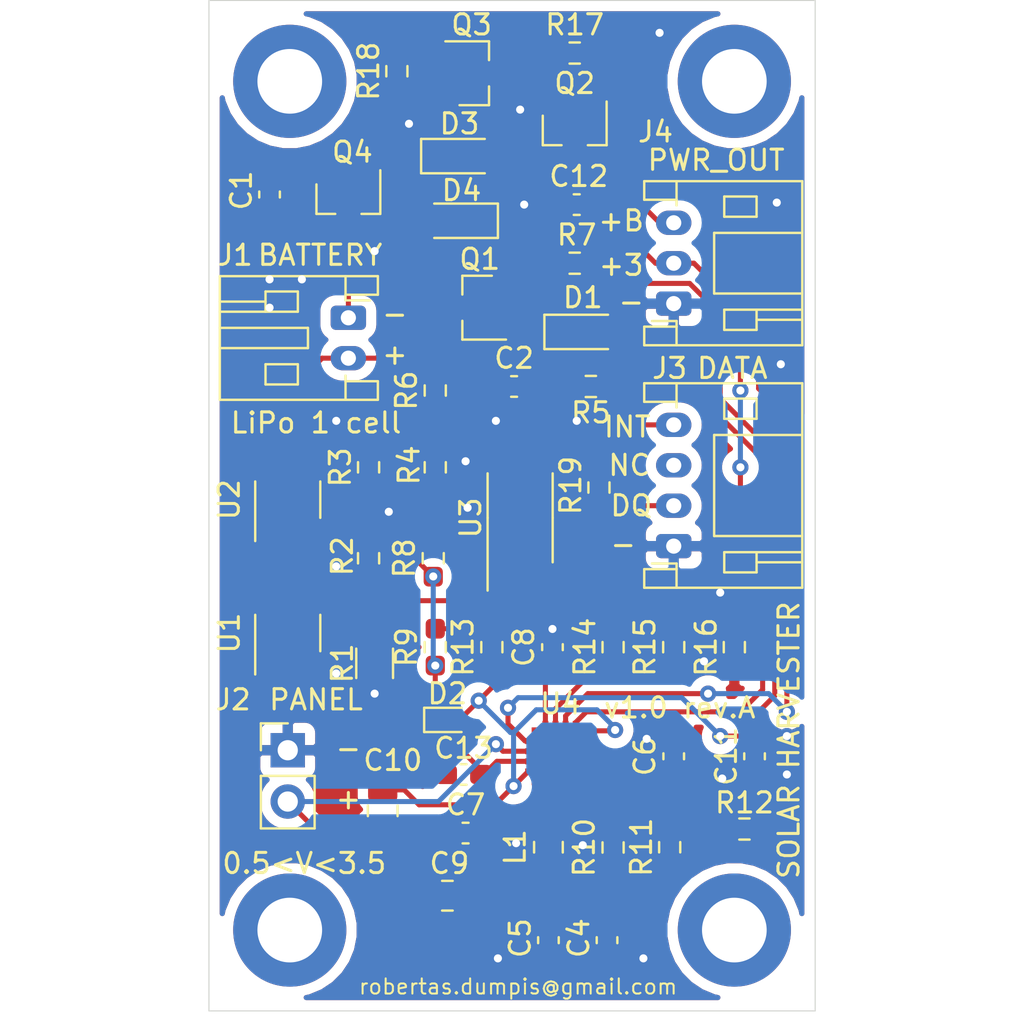
<source format=kicad_pcb>
(kicad_pcb (version 20171130) (host pcbnew "(5.1.12)-1")
  (layers (0 F.Cu signal) (31 B.Cu signal) (34 B.Paste user) (35 F.Paste user) (36 B.SilkS user) (37 F.SilkS user) (38 B.Mask user) (39 F.Mask user) (44 Edge.Cuts user))
  (net 0 "")
  (net 1 GND)
  (net 2 +3V3)
  (net 3 +BATT)
  (net 4 /LDO2_EN)
  (net 5 "Net-(L1-Pad2)")
  (net 6 "Net-(Q1-Pad3)")
  (net 7 "Net-(C2-Pad1)")
  (net 8 /I_SENSE_P)
  (net 9 /BATT_OUT)
  (net 10 "Net-(D1-Pad1)")
  (net 11 /SDA_DQ)
  (net 12 /SCL)
  (net 13 /INT)
  (net 14 /~BATT_CHG)
  (net 15 /PIO)
  (net 16 "Net-(Q2-Pad2)")
  (net 17 /~BATT_CONN)
  (net 18 "Net-(R8-Pad2)")
  (net 19 "Net-(R11-Pad2)")
  (net 20 "Net-(C2-Pad2)")
  (net 21 "Net-(C4-Pad1)")
  (net 22 "Net-(C6-Pad1)")
  (net 23 "Net-(C8-Pad1)")
  (net 24 -BATT)
  (net 25 "Net-(R2-Pad1)")
  (net 26 "Net-(R3-Pad2)")
  (net 27 "Net-(R10-Pad2)")
  (net 28 "Net-(R14-Pad2)")
  (net 29 "Net-(R15-Pad2)")
  (net 30 "Net-(U1-Pad5)")
  (net 31 "Net-(U1-Pad6)")
  (net 32 "Net-(U1-Pad4)")
  (net 33 "Net-(U1-Pad2)")
  (net 34 "Net-(U2-Pad4)")
  (net 35 "Net-(U4-Pad11)")
  (net 36 "Net-(U4-Pad17)")
  (net 37 "Net-(R9-Pad2)")
  (net 38 "Net-(J1-Pad1)")
  (module Diode_SMD:D_SOD-523 (layer F.Cu) (at 24.8 50.6)
    (fp_text reference D2 (at 0 -1.3) (layer F.SilkS))
    (fp_text value 1N4148WT)
    (pad 2 smd rect (at 0.7 0 180) (size 0.6 0.7) (layers F.Cu F.Paste F.Mask) (net 4 /LDO2_EN))
    (pad 1 smd rect (at -0.7 0 180) (size 0.6 0.7) (layers F.Cu F.Paste F.Mask) (net 3 +BATT))
  )
  (module MountingHole:MountingHole_3.2mm_M3_DIN965_Pad (layer F.Cu) (at 39 61)
    (fp_text reference REF** hide)
    (fp_text value MountingHole_3.2mm_M3_DIN965_Pad)
    (pad 1 thru_hole circle (at 0 0) (size 5.6 5.6) (drill 3.2) (layers *.Cu *.Mask))
  )
  (module MountingHole:MountingHole_3.2mm_M3_DIN965_Pad (layer F.Cu) (at 17 61)
    (fp_text reference REF** hide)
    (fp_text value MountingHole_3.2mm_M3_DIN965_Pad)
    (pad 1 thru_hole circle (at 0 0) (size 5.6 5.6) (drill 3.2) (layers *.Cu *.Mask))
  )
  (module MountingHole:MountingHole_3.2mm_M3_DIN965_Pad (layer F.Cu) (at 39 19)
    (fp_text reference REF** hide)
    (fp_text value MountingHole_3.2mm_M3_DIN965_Pad)
    (pad 1 thru_hole circle (at 0 0) (size 5.6 5.6) (drill 3.2) (layers *.Cu *.Mask))
  )
  (module MountingHole:MountingHole_3.2mm_M3_DIN965_Pad (layer F.Cu) (at 17 19)
    (fp_text reference REF** hide)
    (fp_text value MountingHole_3.2mm_M3_DIN965_Pad)
    (pad 1 thru_hole circle (at 0 0) (size 5.6 5.6) (drill 3.2) (layers *.Cu *.Mask))
  )
  (module Capacitor_SMD:C_0603_1608Metric_Pad1.08x0.95mm_HandSolder (layer F.Cu) (at 16 24.6 90)
    (fp_text reference C1 (at 0.2 -1.4 90) (layer F.SilkS))
    (fp_text value 10uF)
    (pad 2 smd roundrect (at 0.8625 0 90) (size 1.075 0.95) (layers F.Cu F.Paste F.Mask) (net 3 +BATT))
    (pad 1 smd roundrect (at -0.8625 0 90) (size 1.075 0.95) (layers F.Cu F.Paste F.Mask) (net 1 GND))
  )
  (module Capacitor_SMD:C_0603_1608Metric_Pad1.08x0.95mm_HandSolder (layer F.Cu) (at 28.1 34.1 180)
    (fp_text reference C2 (at 0 1.4) (layer F.SilkS))
    (fp_text value 100nF)
    (pad 2 smd roundrect (at 0.8625 0 180) (size 1.075 0.95) (layers F.Cu F.Paste F.Mask) (net 20 "Net-(C2-Pad2)"))
    (pad 1 smd roundrect (at -0.8625 0 180) (size 1.075 0.95) (layers F.Cu F.Paste F.Mask) (net 7 "Net-(C2-Pad1)"))
  )
  (module Capacitor_SMD:C_0603_1608Metric_Pad1.08x0.95mm_HandSolder (layer F.Cu) (at 32.7 61.5 270)
    (fp_text reference C4 (at -0.1 1.4 90) (layer F.SilkS))
    (fp_text value 10uF)
    (pad 2 smd roundrect (at 0.8625 0 270) (size 1.075 0.95) (layers F.Cu F.Paste F.Mask) (net 1 GND))
    (pad 1 smd roundrect (at -0.8625 0 270) (size 1.075 0.95) (layers F.Cu F.Paste F.Mask) (net 21 "Net-(C4-Pad1)"))
  )
  (module Capacitor_SMD:C_0603_1608Metric_Pad1.08x0.95mm_HandSolder (layer F.Cu) (at 29.8 61.5 270)
    (fp_text reference C5 (at -0.1 1.4 90) (layer F.SilkS))
    (fp_text value 100nF)
    (pad 1 smd roundrect (at -0.8625 0 270) (size 1.075 0.95) (layers F.Cu F.Paste F.Mask) (net 21 "Net-(C4-Pad1)"))
    (pad 2 smd roundrect (at 0.8625 0 270) (size 1.075 0.95) (layers F.Cu F.Paste F.Mask) (net 1 GND))
  )
  (module Capacitor_SMD:C_0603_1608Metric_Pad1.08x0.95mm_HandSolder (layer F.Cu) (at 36 52.4 90)
    (fp_text reference C6 (at 0 -1.43 90) (layer F.SilkS))
    (fp_text value 10nF)
    (pad 1 smd roundrect (at -0.8625 0 90) (size 1.075 0.95) (layers F.Cu F.Paste F.Mask) (net 22 "Net-(C6-Pad1)"))
    (pad 2 smd roundrect (at 0.8625 0 90) (size 1.075 0.95) (layers F.Cu F.Paste F.Mask) (net 1 GND))
  )
  (module Capacitor_SMD:C_0603_1608Metric_Pad1.08x0.95mm_HandSolder (layer F.Cu) (at 25.7 56.2 180)
    (fp_text reference C7 (at 0 1.4) (layer F.SilkS))
    (fp_text value 100nF)
    (pad 1 smd roundrect (at -0.8625 0 180) (size 1.075 0.95) (layers F.Cu F.Paste F.Mask) (net 4 /LDO2_EN))
    (pad 2 smd roundrect (at 0.8625 0 180) (size 1.075 0.95) (layers F.Cu F.Paste F.Mask) (net 1 GND))
  )
  (module Capacitor_SMD:C_0603_1608Metric_Pad1.08x0.95mm_HandSolder (layer F.Cu) (at 30 47 90)
    (fp_text reference C8 (at 0 -1.43 90) (layer F.SilkS))
    (fp_text value 10nF)
    (pad 1 smd roundrect (at -0.8625 0 90) (size 1.075 0.95) (layers F.Cu F.Paste F.Mask) (net 23 "Net-(C8-Pad1)"))
    (pad 2 smd roundrect (at 0.8625 0 90) (size 1.075 0.95) (layers F.Cu F.Paste F.Mask) (net 1 GND))
  )
  (module Capacitor_SMD:C_0805_2012Metric_Pad1.18x1.45mm_HandSolder (layer F.Cu) (at 24.8 59.3 180)
    (fp_text reference C9 (at -0.1 1.6) (layer F.SilkS))
    (fp_text value 100uF)
    (pad 2 smd roundrect (at 1.0375 0 180) (size 1.175 1.45) (layers F.Cu F.Paste F.Mask) (roundrect_rratio 0.2127659574468085) (net 1 GND))
    (pad 1 smd roundrect (at -1.0375 0 180) (size 1.175 1.45) (layers F.Cu F.Paste F.Mask) (roundrect_rratio 0.2127659574468085) (net 4 /LDO2_EN))
  )
  (module Capacitor_SMD:C_0805_2012Metric_Pad1.18x1.45mm_HandSolder (layer F.Cu) (at 21.6 55.1 270)
    (fp_text reference C10 (at -2.5 -0.5 180) (layer F.SilkS))
    (fp_text value 100uF)
    (pad 1 smd roundrect (at -1.0375 0 270) (size 1.175 1.45) (layers F.Cu F.Paste F.Mask) (roundrect_rratio 0.2127659574468085) (net 4 /LDO2_EN))
    (pad 2 smd roundrect (at 1.0375 0 270) (size 1.175 1.45) (layers F.Cu F.Paste F.Mask) (roundrect_rratio 0.2127659574468085) (net 1 GND))
  )
  (module Capacitor_SMD:C_0603_1608Metric_Pad1.08x0.95mm_HandSolder (layer F.Cu) (at 40 52.4 270)
    (fp_text reference C11 (at 0 1.4 90) (layer F.SilkS))
    (fp_text value 1uF)
    (pad 2 smd roundrect (at 0.8625 0 270) (size 1.075 0.95) (layers F.Cu F.Paste F.Mask) (net 1 GND))
    (pad 1 smd roundrect (at -0.8625 0 270) (size 1.075 0.95) (layers F.Cu F.Paste F.Mask) (net 2 +3V3))
  )
  (module Capacitor_SMD:C_0603_1608Metric_Pad1.08x0.95mm_HandSolder (layer F.Cu) (at 25.6 53.3 180)
    (fp_text reference C13 (at 0 1.3) (layer F.SilkS))
    (fp_text value 10uF)
    (pad 2 smd roundrect (at 0.8625 0 180) (size 1.075 0.95) (layers F.Cu F.Paste F.Mask) (net 1 GND))
    (pad 1 smd roundrect (at -0.8625 0 180) (size 1.075 0.95) (layers F.Cu F.Paste F.Mask) (net 3 +BATT))
  )
  (module Diode_SMD:D_SOD-323_HandSoldering (layer F.Cu) (at 31.5 31.4)
    (fp_text reference D1 (at 0 -1.7) (layer F.SilkS))
    (fp_text value PESD5V0U1UA)
    (pad 2 smd rect (at 1.25 0) (size 1 1) (layers F.Cu F.Paste F.Mask) (net 1 GND))
    (pad 1 smd rect (at -1.25 0) (size 1 1) (layers F.Cu F.Paste F.Mask) (net 10 "Net-(D1-Pad1)"))
  )
  (module Diode_SMD:D_SOD-323_HandSoldering (layer F.Cu) (at 25.4 22.7)
    (fp_text reference D3 (at 0 -1.6) (layer F.SilkS))
    (fp_text value PESD5V0U1UA)
    (pad 1 smd rect (at -1.25 0) (size 1 1) (layers F.Cu F.Paste F.Mask) (net 3 +BATT))
    (pad 2 smd rect (at 1.25 0) (size 1 1) (layers F.Cu F.Paste F.Mask) (net 9 /BATT_OUT))
  )
  (module Connector_JST:JST_PH_S4B-PH-K_1x04_P2.00mm_Horizontal (layer F.Cu) (at 36 42 90)
    (fp_text reference J3 (at 8.8 -0.2 180) (layer F.SilkS))
    (fp_text value DATA)
    (pad 1 thru_hole roundrect (at 0 0 90) (size 1.2 1.75) (drill 0.75) (layers *.Cu *.Mask) (roundrect_rratio 0.2083325) (net 1 GND))
    (pad 2 thru_hole oval (at 2 0 90) (size 1.2 1.75) (drill 0.75) (layers *.Cu *.Mask) (net 11 /SDA_DQ))
    (pad 3 thru_hole oval (at 4 0 90) (size 1.2 1.75) (drill 0.75) (layers *.Cu *.Mask) (net 12 /SCL))
    (pad 4 thru_hole oval (at 6 0 90) (size 1.2 1.75) (drill 0.75) (layers *.Cu *.Mask) (net 13 /INT))
  )
  (module Connector_JST:JST_PH_S3B-PH-K_1x03_P2.00mm_Horizontal (layer F.Cu) (at 36 30 90)
    (fp_text reference J4 (at 8.5 -0.9 180) (layer F.SilkS))
    (fp_text value POWER_OUT)
    (pad 1 thru_hole roundrect (at 0 0 90) (size 1.2 1.75) (drill 0.75) (layers *.Cu *.Mask) (roundrect_rratio 0.2083325) (net 1 GND))
    (pad 2 thru_hole oval (at 2 0 90) (size 1.2 1.75) (drill 0.75) (layers *.Cu *.Mask) (net 2 +3V3))
    (pad 3 thru_hole oval (at 4 0 90) (size 1.2 1.75) (drill 0.75) (layers *.Cu *.Mask) (net 9 /BATT_OUT))
  )
  (module Package_TO_SOT_SMD:SOT-23 (layer F.Cu) (at 26.3 30.2 180)
    (fp_text reference Q1 (at -0.1 2.4) (layer F.SilkS))
    (fp_text value NTR1P02)
    (pad 1 smd rect (at -1 -0.95 180) (size 0.9 0.8) (layers F.Cu F.Paste F.Mask) (net 14 /~BATT_CHG))
    (pad 2 smd rect (at -1 0.95 180) (size 0.9 0.8) (layers F.Cu F.Paste F.Mask) (net 2 +3V3))
    (pad 3 smd rect (at 1 0 180) (size 0.9 0.8) (layers F.Cu F.Paste F.Mask) (net 6 "Net-(Q1-Pad3)"))
  )
  (module Package_TO_SOT_SMD:SOT-23 (layer F.Cu) (at 31.1 21.4 270)
    (fp_text reference Q2 (at -2.3 0 180) (layer F.SilkS))
    (fp_text value AO3400A)
    (pad 1 smd rect (at -1 -0.95 270) (size 0.9 0.8) (layers F.Cu F.Paste F.Mask) (net 15 /PIO))
    (pad 2 smd rect (at -1 0.95 270) (size 0.9 0.8) (layers F.Cu F.Paste F.Mask) (net 16 "Net-(Q2-Pad2)"))
    (pad 3 smd rect (at 1 0 270) (size 0.9 0.8) (layers F.Cu F.Paste F.Mask) (net 9 /BATT_OUT))
  )
  (module Package_TO_SOT_SMD:SOT-23 (layer F.Cu) (at 26.1 18.6)
    (fp_text reference Q3 (at -0.1 -2.4) (layer F.SilkS))
    (fp_text value AO3400A)
    (pad 3 smd rect (at 1 0) (size 0.9 0.8) (layers F.Cu F.Paste F.Mask) (net 16 "Net-(Q2-Pad2)"))
    (pad 2 smd rect (at -1 0.95) (size 0.9 0.8) (layers F.Cu F.Paste F.Mask) (net 3 +BATT))
    (pad 1 smd rect (at -1 -0.95) (size 0.9 0.8) (layers F.Cu F.Paste F.Mask) (net 17 /~BATT_CONN))
  )
  (module Resistor_SMD:R_1206_3216Metric_Pad1.30x1.75mm_HandSolder (layer F.Cu) (at 21.2 47.8 270)
    (fp_text reference R1 (at 0 1.6 90) (layer F.SilkS))
    (fp_text value 300m)
    (pad 1 smd roundrect (at -1.55 0 270) (size 1.3 1.75) (layers F.Cu F.Paste F.Mask) (roundrect_rratio 0.1923076923076923) (net 8 /I_SENSE_P))
    (pad 2 smd roundrect (at 1.55 0 270) (size 1.3 1.75) (layers F.Cu F.Paste F.Mask) (roundrect_rratio 0.1923076923076923) (net 1 GND))
  )
  (module Resistor_SMD:R_0603_1608Metric_Pad0.98x0.95mm_HandSolder (layer F.Cu) (at 20.9 42.6 270)
    (fp_text reference R2 (at -0.1 1.3 90) (layer F.SilkS))
    (fp_text value 1k0)
    (pad 1 smd roundrect (at -0.9125 0 270) (size 0.975 0.95) (layers F.Cu F.Paste F.Mask) (net 25 "Net-(R2-Pad1)"))
    (pad 2 smd roundrect (at 0.9125 0 270) (size 0.975 0.95) (layers F.Cu F.Paste F.Mask) (net 1 GND))
  )
  (module Resistor_SMD:R_0603_1608Metric_Pad0.98x0.95mm_HandSolder (layer F.Cu) (at 20.9 38.1 90)
    (fp_text reference R3 (at 0 -1.4 90) (layer F.SilkS))
    (fp_text value 100)
    (pad 2 smd roundrect (at 0.9125 0 90) (size 0.975 0.95) (layers F.Cu F.Paste F.Mask) (net 26 "Net-(R3-Pad2)"))
    (pad 1 smd roundrect (at -0.9125 0 90) (size 0.975 0.95) (layers F.Cu F.Paste F.Mask) (net 3 +BATT))
  )
  (module Resistor_SMD:R_0603_1608Metric_Pad0.98x0.95mm_HandSolder (layer F.Cu) (at 24.2 38.1 270)
    (fp_text reference R4 (at -0.1 1.3 90) (layer F.SilkS))
    (fp_text value 220)
    (pad 2 smd roundrect (at 0.9125 0 270) (size 0.975 0.95) (layers F.Cu F.Paste F.Mask) (net 11 /SDA_DQ))
    (pad 1 smd roundrect (at -0.9125 0 270) (size 0.975 0.95) (layers F.Cu F.Paste F.Mask) (net 10 "Net-(D1-Pad1)"))
  )
  (module Resistor_SMD:R_0603_1608Metric_Pad0.98x0.95mm_HandSolder (layer F.Cu) (at 31.9 34.1)
    (fp_text reference R5 (at 0 1.3) (layer F.SilkS))
    (fp_text value 1M)
    (pad 2 smd roundrect (at 0.9125 0) (size 0.975 0.95) (layers F.Cu F.Paste F.Mask) (net 1 GND))
    (pad 1 smd roundrect (at -0.9125 0) (size 0.975 0.95) (layers F.Cu F.Paste F.Mask) (net 10 "Net-(D1-Pad1)"))
  )
  (module Resistor_SMD:R_0603_1608Metric_Pad0.98x0.95mm_HandSolder (layer F.Cu) (at 24.2 34.3 90)
    (fp_text reference R6 (at 0 -1.43 90) (layer F.SilkS))
    (fp_text value 10k)
    (pad 2 smd roundrect (at 0.9125 0 90) (size 0.975 0.95) (layers F.Cu F.Paste F.Mask) (net 6 "Net-(Q1-Pad3)"))
    (pad 1 smd roundrect (at -0.9125 0 90) (size 0.975 0.95) (layers F.Cu F.Paste F.Mask) (net 10 "Net-(D1-Pad1)"))
  )
  (module Resistor_SMD:R_0603_1608Metric_Pad0.98x0.95mm_HandSolder (layer F.Cu) (at 31.1 28 180)
    (fp_text reference R7 (at -0.1 1.4) (layer F.SilkS))
    (fp_text value 1M)
    (pad 2 smd roundrect (at 0.9125 0 180) (size 0.975 0.95) (layers F.Cu F.Paste F.Mask) (net 2 +3V3))
    (pad 1 smd roundrect (at -0.9125 0 180) (size 0.975 0.95) (layers F.Cu F.Paste F.Mask) (net 14 /~BATT_CHG))
  )
  (module Resistor_SMD:R_0603_1608Metric_Pad0.98x0.95mm_HandSolder (layer F.Cu) (at 24.1 42.6 90)
    (fp_text reference R8 (at 0 -1.43 90) (layer F.SilkS))
    (fp_text value 150)
    (pad 2 smd roundrect (at 0.9125 0 90) (size 0.975 0.95) (layers F.Cu F.Paste F.Mask) (net 18 "Net-(R8-Pad2)"))
    (pad 1 smd roundrect (at -0.9125 0 90) (size 0.975 0.95) (layers F.Cu F.Paste F.Mask) (net 3 +BATT))
  )
  (module Resistor_SMD:R_0603_1608Metric_Pad0.98x0.95mm_HandSolder (layer F.Cu) (at 24.2 47 90)
    (fp_text reference R9 (at 0 -1.43 90) (layer F.SilkS))
    (fp_text value 1k0)
    (pad 1 smd roundrect (at -0.9125 0 90) (size 0.975 0.95) (layers F.Cu F.Paste F.Mask) (net 3 +BATT))
    (pad 2 smd roundrect (at 0.9125 0 90) (size 0.975 0.95) (layers F.Cu F.Paste F.Mask) (net 37 "Net-(R9-Pad2)"))
  )
  (module Resistor_SMD:R_0603_1608Metric_Pad0.98x0.95mm_HandSolder (layer F.Cu) (at 33 56.9125 90)
    (fp_text reference R10 (at 0 -1.43 90) (layer F.SilkS))
    (fp_text value 0R)
    (pad 1 smd roundrect (at -0.9125 0 90) (size 0.975 0.95) (layers F.Cu F.Paste F.Mask) (net 21 "Net-(C4-Pad1)"))
    (pad 2 smd roundrect (at 0.9125 0 90) (size 0.975 0.95) (layers F.Cu F.Paste F.Mask) (net 27 "Net-(R10-Pad2)"))
  )
  (module Resistor_SMD:R_0603_1608Metric_Pad0.98x0.95mm_HandSolder (layer F.Cu) (at 35.8 56.9 90)
    (fp_text reference R11 (at 0 -1.4 90) (layer F.SilkS))
    (fp_text value 3M3)
    (pad 2 smd roundrect (at 0.9125 0 90) (size 0.975 0.95) (layers F.Cu F.Paste F.Mask) (net 19 "Net-(R11-Pad2)"))
    (pad 1 smd roundrect (at -0.9125 0 90) (size 0.975 0.95) (layers F.Cu F.Paste F.Mask) (net 27 "Net-(R10-Pad2)"))
  )
  (module Resistor_SMD:R_0603_1608Metric_Pad0.98x0.95mm_HandSolder (layer F.Cu) (at 39.5 56)
    (fp_text reference R12 (at 0 -1.3) (layer F.SilkS))
    (fp_text value 10M)
    (pad 1 smd roundrect (at -0.9125 0) (size 0.975 0.95) (layers F.Cu F.Paste F.Mask) (net 19 "Net-(R11-Pad2)"))
    (pad 2 smd roundrect (at 0.9125 0) (size 0.975 0.95) (layers F.Cu F.Paste F.Mask) (net 1 GND))
  )
  (module Resistor_SMD:R_0603_1608Metric_Pad0.98x0.95mm_HandSolder (layer F.Cu) (at 27 47 90)
    (fp_text reference R13 (at 0 -1.43 90) (layer F.SilkS))
    (fp_text value 10M)
    (pad 1 smd roundrect (at -0.9125 0 90) (size 0.975 0.95) (layers F.Cu F.Paste F.Mask) (net 4 /LDO2_EN))
    (pad 2 smd roundrect (at 0.9125 0 90) (size 0.975 0.95) (layers F.Cu F.Paste F.Mask) (net 23 "Net-(C8-Pad1)"))
  )
  (module Resistor_SMD:R_0603_1608Metric_Pad0.98x0.95mm_HandSolder (layer F.Cu) (at 33 47 270)
    (fp_text reference R14 (at 0 1.4 90) (layer F.SilkS))
    (fp_text value 680k)
    (pad 2 smd roundrect (at 0.9125 0 270) (size 0.975 0.95) (layers F.Cu F.Paste F.Mask) (net 28 "Net-(R14-Pad2)"))
    (pad 1 smd roundrect (at -0.9125 0 270) (size 0.975 0.95) (layers F.Cu F.Paste F.Mask) (net 23 "Net-(C8-Pad1)"))
  )
  (module Resistor_SMD:R_0603_1608Metric_Pad0.98x0.95mm_HandSolder (layer F.Cu) (at 36 47 90)
    (fp_text reference R15 (at 0 -1.43 90) (layer F.SilkS))
    (fp_text value 4M7)
    (pad 1 smd roundrect (at -0.9125 0 90) (size 0.975 0.95) (layers F.Cu F.Paste F.Mask) (net 28 "Net-(R14-Pad2)"))
    (pad 2 smd roundrect (at 0.9125 0 90) (size 0.975 0.95) (layers F.Cu F.Paste F.Mask) (net 29 "Net-(R15-Pad2)"))
  )
  (module Resistor_SMD:R_0603_1608Metric_Pad0.98x0.95mm_HandSolder (layer F.Cu) (at 39 47 270)
    (fp_text reference R16 (at 0 1.4 90) (layer F.SilkS))
    (fp_text value 220k)
    (pad 2 smd roundrect (at 0.9125 0 270) (size 0.975 0.95) (layers F.Cu F.Paste F.Mask) (net 1 GND))
    (pad 1 smd roundrect (at -0.9125 0 270) (size 0.975 0.95) (layers F.Cu F.Paste F.Mask) (net 29 "Net-(R15-Pad2)"))
  )
  (module Resistor_SMD:R_0603_1608Metric_Pad0.98x0.95mm_HandSolder (layer F.Cu) (at 31.1 17.6 180)
    (fp_text reference R17 (at 0 1.4) (layer F.SilkS))
    (fp_text value 1M)
    (pad 1 smd roundrect (at -0.9125 0 180) (size 0.975 0.95) (layers F.Cu F.Paste F.Mask) (net 15 /PIO))
    (pad 2 smd roundrect (at 0.9125 0 180) (size 0.975 0.95) (layers F.Cu F.Paste F.Mask) (net 16 "Net-(Q2-Pad2)"))
  )
  (module Resistor_SMD:R_0603_1608Metric_Pad0.98x0.95mm_HandSolder (layer F.Cu) (at 22.3 18.5 270)
    (fp_text reference R18 (at 0 1.4 90) (layer F.SilkS))
    (fp_text value 1M)
    (pad 1 smd roundrect (at -0.9125 0 270) (size 0.975 0.95) (layers F.Cu F.Paste F.Mask) (net 17 /~BATT_CONN))
    (pad 2 smd roundrect (at 0.9125 0 270) (size 0.975 0.95) (layers F.Cu F.Paste F.Mask) (net 3 +BATT))
  )
  (module Package_TO_SOT_SMD:SOT-23-6_Handsoldering (layer F.Cu) (at 16.9 46.3 90)
    (fp_text reference U1 (at 0 -2.9 90) (layer F.SilkS))
    (fp_text value 8205A)
    (pad 5 smd rect (at 1.35 0 90) (size 1.56 0.65) (layers F.Cu F.Paste F.Mask) (net 30 "Net-(U1-Pad5)"))
    (pad 6 smd rect (at 1.35 -0.95 90) (size 1.56 0.65) (layers F.Cu F.Paste F.Mask) (net 31 "Net-(U1-Pad6)"))
    (pad 4 smd rect (at 1.35 0.95 90) (size 1.56 0.65) (layers F.Cu F.Paste F.Mask) (net 32 "Net-(U1-Pad4)"))
    (pad 3 smd rect (at -1.35 0.95 90) (size 1.56 0.65) (layers F.Cu F.Paste F.Mask) (net 8 /I_SENSE_P))
    (pad 2 smd rect (at -1.35 0 90) (size 1.56 0.65) (layers F.Cu F.Paste F.Mask) (net 33 "Net-(U1-Pad2)"))
    (pad 1 smd rect (at -1.35 -0.95 90) (size 1.56 0.65) (layers F.Cu F.Paste F.Mask) (net 24 -BATT))
  )
  (module Package_TO_SOT_SMD:SOT-23-6_Handsoldering (layer F.Cu) (at 16.9 39.7 90)
    (fp_text reference U2 (at 0 -2.9 90) (layer F.SilkS))
    (fp_text value DW01-P)
    (pad 1 smd rect (at -1.35 -0.95 90) (size 1.56 0.65) (layers F.Cu F.Paste F.Mask) (net 31 "Net-(U1-Pad6)"))
    (pad 2 smd rect (at -1.35 0 90) (size 1.56 0.65) (layers F.Cu F.Paste F.Mask) (net 25 "Net-(R2-Pad1)"))
    (pad 3 smd rect (at -1.35 0.95 90) (size 1.56 0.65) (layers F.Cu F.Paste F.Mask) (net 32 "Net-(U1-Pad4)"))
    (pad 4 smd rect (at 1.35 0.95 90) (size 1.56 0.65) (layers F.Cu F.Paste F.Mask) (net 34 "Net-(U2-Pad4)"))
    (pad 6 smd rect (at 1.35 -0.95 90) (size 1.56 0.65) (layers F.Cu F.Paste F.Mask) (net 24 -BATT))
    (pad 5 smd rect (at 1.35 0 90) (size 1.56 0.65) (layers F.Cu F.Paste F.Mask) (net 26 "Net-(R3-Pad2)"))
  )
  (module Package_SO:TSSOP-8_4.4x3mm_P0.65mm (layer F.Cu) (at 28.4 40.6 90)
    (fp_text reference U3 (at 0 -2.45 90) (layer F.SilkS))
    (fp_text value DS2756)
    (pad 1 smd roundrect (at -2.8625 -0.975 90) (size 1.475 0.4) (layers F.Cu F.Paste F.Mask) (net 37 "Net-(R9-Pad2)"))
    (pad 2 smd roundrect (at -2.8625 -0.325 90) (size 1.475 0.4) (layers F.Cu F.Paste F.Mask) (net 8 /I_SENSE_P))
    (pad 3 smd roundrect (at -2.8625 0.325 90) (size 1.475 0.4) (layers F.Cu F.Paste F.Mask) (net 15 /PIO))
    (pad 4 smd roundrect (at -2.8625 0.975 90) (size 1.475 0.4) (layers F.Cu F.Paste F.Mask) (net 18 "Net-(R8-Pad2)"))
    (pad 5 smd roundrect (at 2.8625 0.975 90) (size 1.475 0.4) (layers F.Cu F.Paste F.Mask) (net 7 "Net-(C2-Pad1)"))
    (pad 6 smd roundrect (at 2.8625 0.325 90) (size 1.475 0.4) (layers F.Cu F.Paste F.Mask) (net 20 "Net-(C2-Pad2)"))
    (pad 7 smd roundrect (at 2.8625 -0.325 90) (size 1.475 0.4) (layers F.Cu F.Paste F.Mask) (net 1 GND))
    (pad 8 smd roundrect (at 2.8625 -0.975 90) (size 1.475 0.4) (layers F.Cu F.Paste F.Mask) (net 10 "Net-(D1-Pad1)"))
  )
  (module spv1050:QFN-20_3x3 (layer F.Cu) (at 30.4 52.4 180)
    (fp_text reference U4)
    (fp_text value SPV1050)
    (pad EP smd rect (at 0 0 180) (size 1.2 1.2) (layers F.Cu F.Paste F.Mask))
    (pad 11 smd rect (at 1.26 1.26 180) (size 0.34 0.34) (layers F.Cu F.Paste F.Mask) (net 35 "Net-(U4-Pad11)"))
    (pad 6 smd rect (at -1.26 1.26 180) (size 0.34 0.34) (layers F.Cu F.Paste F.Mask) (net 4 /LDO2_EN))
    (pad 1 smd rect (at -1.26 -1.26 180) (size 0.34 0.34) (layers F.Cu F.Paste F.Mask) (net 27 "Net-(R10-Pad2)"))
    (pad 16 smd rect (at 1.26 -1.26 180) (size 0.34 0.34) (layers F.Cu F.Paste F.Mask) (net 5 "Net-(L1-Pad2)"))
    (pad 5 smd rect (at -1.4 0.75 180) (size 0.7 0.3) (layers F.Cu F.Paste F.Mask) (net 1 GND))
    (pad 4 smd rect (at -1.4 0.25 180) (size 0.7 0.3) (layers F.Cu F.Paste F.Mask) (net 1 GND))
    (pad 3 smd rect (at -1.4 -0.25 180) (size 0.7 0.3) (layers F.Cu F.Paste F.Mask) (net 22 "Net-(C6-Pad1)"))
    (pad 2 smd rect (at -1.4 -0.75 180) (size 0.7 0.3) (layers F.Cu F.Paste F.Mask) (net 19 "Net-(R11-Pad2)"))
    (pad 12 smd rect (at 1.4 0.75 180) (size 0.7 0.3) (layers F.Cu F.Paste F.Mask) (net 2 +3V3))
    (pad 13 smd rect (at 1.4 0.25 180) (size 0.7 0.3) (layers F.Cu F.Paste F.Mask) (net 21 "Net-(C4-Pad1)"))
    (pad 15 smd rect (at 1.4 -0.75 180) (size 0.7 0.3) (layers F.Cu F.Paste F.Mask) (net 4 /LDO2_EN))
    (pad 14 smd rect (at 1.4 -0.25 180) (size 0.7 0.3) (layers F.Cu F.Paste F.Mask) (net 3 +BATT))
    (pad 17 smd rect (at 0.75 -1.4 180) (size 0.3 0.7) (layers F.Cu F.Paste F.Mask) (net 36 "Net-(U4-Pad17)"))
    (pad 18 smd rect (at 0.25 -1.4 180) (size 0.3 0.7) (layers F.Cu F.Paste F.Mask) (net 1 GND))
    (pad 19 smd rect (at -0.25 -1.4 180) (size 0.3 0.7) (layers F.Cu F.Paste F.Mask) (net 1 GND))
    (pad 20 smd rect (at -0.75 -1.4 180) (size 0.3 0.7) (layers F.Cu F.Paste F.Mask) (net 1 GND))
    (pad 10 smd rect (at 0.75 1.4 180) (size 0.3 0.7) (layers F.Cu F.Paste F.Mask) (net 23 "Net-(C8-Pad1)"))
    (pad 9 smd rect (at 0.25 1.4 180) (size 0.3 0.7) (layers F.Cu F.Paste F.Mask) (net 28 "Net-(R14-Pad2)"))
    (pad 8 smd rect (at -0.25 1.4 180) (size 0.3 0.7) (layers F.Cu F.Paste F.Mask) (net 17 /~BATT_CONN))
    (pad 7 smd rect (at -0.75 1.4 180) (size 0.3 0.7) (layers F.Cu F.Paste F.Mask) (net 14 /~BATT_CHG))
  )
  (module Capacitor_SMD:C_0603_1608Metric_Pad1.08x0.95mm_HandSolder (layer F.Cu) (at 31.2 25.1 180)
    (fp_text reference C12 (at -0.1 1.4) (layer F.SilkS))
    (fp_text value 10uF)
    (pad 1 smd roundrect (at -0.8625 0 180) (size 1.075 0.95) (layers F.Cu F.Paste F.Mask) (net 9 /BATT_OUT))
    (pad 2 smd roundrect (at 0.8625 0 180) (size 1.075 0.95) (layers F.Cu F.Paste F.Mask) (net 1 GND))
  )
  (module Inductor_SMD:L_0805_2012Metric_Pad1.15x1.40mm_HandSolder (layer F.Cu) (at 29.8 56.9 90)
    (fp_text reference L1 (at 0 -1.65 90) (layer F.SilkS))
    (fp_text value 22uH)
    (pad 1 smd roundrect (at -1.025 0 90) (size 1.15 1.4) (layers F.Cu F.Paste F.Mask) (roundrect_rratio 0.2173904347826087) (net 21 "Net-(C4-Pad1)"))
    (pad 2 smd roundrect (at 1.025 0 90) (size 1.15 1.4) (layers F.Cu F.Paste F.Mask) (roundrect_rratio 0.2173904347826087) (net 5 "Net-(L1-Pad2)"))
  )
  (module Package_TO_SOT_SMD:SOT-23 (layer F.Cu) (at 19.9 24.8 270)
    (fp_text reference Q4 (at -2.3 -0.2 180) (layer F.SilkS))
    (fp_text value AO3400A)
    (pad 1 smd rect (at -1 -0.95 270) (size 0.9 0.8) (layers F.Cu F.Paste F.Mask) (net 24 -BATT))
    (pad 2 smd rect (at -1 0.95 270) (size 0.9 0.8) (layers F.Cu F.Paste F.Mask) (net 3 +BATT))
    (pad 3 smd rect (at 1 0 270) (size 0.9 0.8) (layers F.Cu F.Paste F.Mask) (net 38 "Net-(J1-Pad1)"))
  )
  (module Diode_SMD:D_SOD-323_HandSoldering (layer F.Cu) (at 25.4 25.9 180)
    (fp_text reference D4 (at -0.1 1.5) (layer F.SilkS))
    (fp_text value PESD5V0U1UA)
    (pad 1 smd rect (at -1.25 0 180) (size 1 1) (layers F.Cu F.Paste F.Mask) (net 3 +BATT))
    (pad 2 smd rect (at 1.25 0 180) (size 1 1) (layers F.Cu F.Paste F.Mask) (net 24 -BATT))
  )
  (module Connector_JST:JST_PH_S2B-PH-K_1x02_P2.00mm_Horizontal (layer F.Cu) (at 19.9 30.7 270)
    (fp_text reference J1 (at -3.1 5.6 180) (layer F.SilkS))
    (fp_text value "BATT (JST PH)")
    (pad 1 thru_hole roundrect (at 0 0 270) (size 1.2 1.75) (drill 0.75) (layers *.Cu *.Mask) (roundrect_rratio 0.208333) (net 38 "Net-(J1-Pad1)"))
    (pad 2 thru_hole oval (at 2 0 270) (size 1.2 1.75) (drill 0.75) (layers *.Cu *.Mask) (net 24 -BATT))
  )
  (module Connector_PinHeader_2.54mm:PinHeader_1x02_P2.54mm_Vertical (layer F.Cu) (at 16.9 52.1)
    (fp_text reference J2 (at -2.7 -2.5) (layer F.SilkS))
    (fp_text value "PANEL (Pin header)")
    (pad 1 thru_hole rect (at 0 0) (size 1.7 1.7) (drill 1) (layers *.Cu *.Mask) (net 1 GND))
    (pad 2 thru_hole oval (at 0 2.54) (size 1.7 1.7) (drill 1) (layers *.Cu *.Mask) (net 21 "Net-(C4-Pad1)"))
  )
  (module Resistor_SMD:R_0603_1608Metric_Pad0.98x0.95mm_HandSolder (layer F.Cu) (at 32.3 39.1 270)
    (fp_text reference R19 (at -0.1 1.4 90) (layer F.SilkS))
    (fp_text value 4k7)
    (pad 1 smd roundrect (at -0.9125 0 270) (size 0.975 0.95) (layers F.Cu F.Paste F.Mask) (net 13 /INT))
    (pad 2 smd roundrect (at 0.9125 0 270) (size 0.975 0.95) (layers F.Cu F.Paste F.Mask) (net 11 /SDA_DQ))
  )
  (gr_text NC (at 33.8 38) (layer F.SilkS) (effects (font (size 1 1))))
  (gr_text INT (at 33.7 36.1) (layer F.SilkS) (effects (font (size 1 1))))
  (gr_text "v1.0 rev.A" (at 36.3 50) (layer F.SilkS) (effects (font (size 1 1))))
  (gr_text robertas.dumpis@gmail.com (at 28.3 63.8) (layer F.SilkS) (effects (font (size 0.75 0.75) (thickness 0.1))))
  (gr_text DQ (at 33.9 40) (layer F.SilkS) (effects (font (size 1 1))))
  (gr_text - (at 33.9 29.9) (layer F.SilkS) (effects (font (size 1 1))))
  (gr_text +3 (at 33.4 28.1) (layer F.SilkS) (effects (font (size 1 1))))
  (gr_text +B (at 33.4 25.9) (layer F.SilkS) (effects (font (size 1 1))))
  (gr_text + (at 22.2 32.5) (layer F.SilkS) (effects (font (size 1 1))))
  (gr_text - (at 22.2 30.5) (layer F.SilkS) (effects (font (size 1 1))))
  (gr_text + (at 19.9 54.5) (layer F.SilkS) (effects (font (size 1 1))))
  (gr_text - (at 19.9 52) (layer F.SilkS) (effects (font (size 1 1))))
  (gr_text - (at 33.5 41.9) (layer F.SilkS) (effects (font (size 1 1))))
  (gr_text "LiPo 1 cell" (at 18.3 35.9) (layer F.SilkS) (effects (font (size 1 1))))
  (gr_text "SOLAR HARVESTER" (at 41.7 51.6 90) (layer F.SilkS) (effects (font (size 1 1))))
  (gr_text DATA (at 38.9 33.2) (layer F.SilkS) (effects (font (size 1 1))))
  (gr_text PWR_OUT (at 38.1 22.9) (layer F.SilkS) (effects (font (size 1 1))))
  (gr_text "0.5<V<3.5 " (at 18.1 57.7) (layer F.SilkS) (effects (font (size 1 1))))
  (gr_text PANEL (at 18.3 49.6) (layer F.SilkS) (effects (font (size 1 1))))
  (gr_text BATTERY (at 18.5 27.6) (layer F.SilkS) (effects (font (size 1 1))))
  (gr_text U4 (at 30.4 49.8) (layer F.SilkS) (effects (font (size 1 1))))
  (gr_line (start 13 65) (end 13 15) (layer Edge.Cuts) (width 0.05))
  (gr_line (start 43 65) (end 13 65) (layer Edge.Cuts) (width 0.05))
  (gr_line (start 43 15) (end 43 65) (layer Edge.Cuts) (width 0.05))
  (gr_line (start 13 15) (end 43 15) (layer Edge.Cuts) (width 0.05))
  (via (at 21.2 49.3) (size 0.8) (drill 0.4) (layers F.Cu B.Cu) (net 1))
  (via (at 24.1 43.5) (size 0.8) (drill 0.4) (layers F.Cu B.Cu) (net 3))
  (via (at 30 46.1) (size 0.8) (drill 0.4) (layers F.Cu B.Cu) (net 1))
  (via (at 31.5 56.8) (size 0.8) (drill 0.4) (layers F.Cu B.Cu) (net 1))
  (segment (start 30.15 53.8) (end 31.15 53.8) (width 0.25) (layer F.Cu) (net 1))
  (segment (start 35.8875 51.65) (end 36 51.5375) (width 0.25) (layer F.Cu) (net 1))
  (segment (start 31.5 55.7) (end 31.5 56.8) (width 0.25) (layer F.Cu) (net 1))
  (segment (start 30.65 54.85) (end 31.5 55.7) (width 0.25) (layer F.Cu) (net 1))
  (segment (start 30.65 53.8) (end 30.65 54.85) (width 0.25) (layer F.Cu) (net 1))
  (segment (start 31.15 53.8) (end 31.15 54.55) (width 0.25) (layer F.Cu) (net 1))
  (segment (start 31.15 54.55) (end 30.9 54.8) (width 0.25) (layer F.Cu) (net 1))
  (segment (start 30.15 54.35) (end 30.65 54.85) (width 0.25) (layer F.Cu) (net 1))
  (segment (start 30.15 53.8) (end 30.15 54.35) (width 0.25) (layer F.Cu) (net 1))
  (via (at 38.4 53.5) (size 0.8) (drill 0.4) (layers F.Cu B.Cu) (net 1))
  (via (at 37.5 47.7) (size 0.8) (drill 0.4) (layers F.Cu B.Cu) (net 1))
  (via (at 16 28.8) (size 0.8) (drill 0.4) (layers F.Cu B.Cu) (net 1))
  (via (at 16 30.2) (size 0.8) (drill 0.4) (layers F.Cu B.Cu) (net 1))
  (via (at 38.3 44.3) (size 0.8) (drill 0.4) (layers F.Cu B.Cu) (net 1))
  (via (at 41.6 51.4) (size 0.8) (drill 0.4) (layers F.Cu B.Cu) (net 1))
  (via (at 41.6 53.3) (size 0.8) (drill 0.4) (layers F.Cu B.Cu) (net 1))
  (via (at 28.2 56.7) (size 0.8) (drill 0.4) (layers F.Cu B.Cu) (net 1))
  (segment (start 31.8 52.15) (end 33.55 52.15) (width 0.25) (layer F.Cu) (net 1))
  (segment (start 34.1625 51.5375) (end 34.6625 51.5375) (width 0.25) (layer F.Cu) (net 1))
  (segment (start 33.55 52.15) (end 34.1625 51.5375) (width 0.25) (layer F.Cu) (net 1))
  (segment (start 31.8 51.65) (end 31.8 52.15) (width 0.25) (layer F.Cu) (net 1))
  (via (at 19.3 48.3) (size 0.8) (drill 0.4) (layers F.Cu B.Cu) (net 1))
  (via (at 35.3 16.6) (size 0.8) (drill 0.4) (layers F.Cu B.Cu) (net 1))
  (via (at 28.6 25.1) (size 0.8) (drill 0.4) (layers F.Cu B.Cu) (net 1))
  (via (at 17.6 28.8) (size 0.8) (drill 0.4) (layers F.Cu B.Cu) (net 1))
  (via (at 22.9 21.1) (size 0.8) (drill 0.4) (layers F.Cu B.Cu) (net 1))
  (via (at 28.4 20.4) (size 0.8) (drill 0.4) (layers F.Cu B.Cu) (net 1))
  (via (at 27.2 35.8) (size 0.8) (drill 0.4) (layers F.Cu B.Cu) (net 1))
  (segment (start 28.075 36.675) (end 28.075 37.7375) (width 0.25) (layer F.Cu) (net 1))
  (segment (start 27.2 35.8) (end 28.075 36.675) (width 0.25) (layer F.Cu) (net 1))
  (via (at 25.8 40.1) (size 0.8) (drill 0.4) (layers F.Cu B.Cu) (net 1))
  (via (at 21.9 40.3) (size 0.8) (drill 0.4) (layers F.Cu B.Cu) (net 1))
  (via (at 19.3 43) (size 0.8) (drill 0.4) (layers F.Cu B.Cu) (net 1))
  (via (at 25.7 37.8) (size 0.8) (drill 0.4) (layers F.Cu B.Cu) (net 1))
  (via (at 31.2 35.8) (size 0.8) (drill 0.4) (layers F.Cu B.Cu) (net 1))
  (via (at 27.3 62.4) (size 0.8) (drill 0.4) (layers F.Cu B.Cu) (net 1))
  (via (at 34.5 62.4) (size 0.8) (drill 0.4) (layers F.Cu B.Cu) (net 1))
  (segment (start 34.6625 51.5375) (end 36 51.5375) (width 0.25) (layer F.Cu) (net 1))
  (via (at 34.6625 51.5375) (size 0.8) (drill 0.4) (layers F.Cu B.Cu) (net 1))
  (via (at 41.1 25) (size 0.8) (drill 0.4) (layers F.Cu B.Cu) (net 1))
  (via (at 41.3 33) (size 0.8) (drill 0.4) (layers F.Cu B.Cu) (net 1))
  (via (at 21.2 27.4) (size 0.8) (drill 0.4) (layers F.Cu B.Cu) (net 1))
  (via (at 19.3 35.8) (size 0.8) (drill 0.4) (layers F.Cu B.Cu) (net 1))
  (segment (start 28.935001 51.635001) (end 28.635001 51.635001) (width 0.25) (layer F.Cu) (net 2))
  (segment (start 28.95 51.65) (end 28.935001 51.635001) (width 0.25) (layer F.Cu) (net 2))
  (segment (start 29 51.65) (end 28.95 51.65) (width 0.25) (layer F.Cu) (net 2))
  (via (at 27.8 50) (size 0.8) (drill 0.4) (layers F.Cu B.Cu) (net 2))
  (segment (start 27.8 50.8) (end 27.8 50) (width 0.25) (layer F.Cu) (net 2))
  (segment (start 28.635001 51.635001) (end 27.8 50.8) (width 0.25) (layer F.Cu) (net 2))
  (segment (start 27.8 50) (end 28.3 49.5) (width 0.25) (layer B.Cu) (net 2))
  (segment (start 28.3 49.5) (end 36.4 49.5) (width 0.25) (layer B.Cu) (net 2))
  (via (at 38.3 51.4) (size 0.8) (drill 0.4) (layers F.Cu B.Cu) (net 2))
  (segment (start 36.4 49.5) (end 38.3 51.4) (width 0.25) (layer B.Cu) (net 2))
  (segment (start 39.8625 51.4) (end 40 51.5375) (width 0.25) (layer F.Cu) (net 2))
  (segment (start 38.3 51.4) (end 39.8625 51.4) (width 0.25) (layer F.Cu) (net 2))
  (segment (start 40 51.5375) (end 40 50.4) (width 0.25) (layer F.Cu) (net 2))
  (segment (start 40 50.4) (end 41 49.4) (width 0.25) (layer F.Cu) (net 2))
  (segment (start 41 49.4) (end 41 37.4) (width 0.25) (layer F.Cu) (net 2))
  (segment (start 41 37.4) (end 38.3 34.7) (width 0.25) (layer F.Cu) (net 2))
  (segment (start 38.3 34.7) (end 38.3 29.3) (width 0.25) (layer F.Cu) (net 2))
  (segment (start 37 28) (end 36 28) (width 0.25) (layer F.Cu) (net 2))
  (segment (start 38.3 29.3) (end 37 28) (width 0.25) (layer F.Cu) (net 2))
  (segment (start 27.3 29.25) (end 27.55 29.25) (width 0.25) (layer F.Cu) (net 2))
  (segment (start 28.8 28) (end 30.1875 28) (width 0.25) (layer F.Cu) (net 2))
  (segment (start 27.55 29.25) (end 28.8 28) (width 0.25) (layer F.Cu) (net 2))
  (segment (start 36 28) (end 35.1 28) (width 0.25) (layer F.Cu) (net 2))
  (segment (start 35.1 28) (end 33.8 26.7) (width 0.25) (layer F.Cu) (net 2))
  (segment (start 33.8 26.7) (end 30.6 26.7) (width 0.25) (layer F.Cu) (net 2))
  (segment (start 30.1875 27.1125) (end 30.1875 28) (width 0.25) (layer F.Cu) (net 2))
  (segment (start 30.6 26.7) (end 30.1875 27.1125) (width 0.25) (layer F.Cu) (net 2))
  (segment (start 24.9625 19.4125) (end 25.1 19.55) (width 0.25) (layer F.Cu) (net 3))
  (segment (start 22.3 19.4125) (end 24.9625 19.4125) (width 0.25) (layer F.Cu) (net 3))
  (segment (start 28.95 52.65) (end 28.925001 52.674999) (width 0.25) (layer F.Cu) (net 3))
  (segment (start 29 52.65) (end 28.95 52.65) (width 0.25) (layer F.Cu) (net 3))
  (segment (start 26.7125 53.05) (end 26.4625 53.3) (width 0.25) (layer F.Cu) (net 3))
  (segment (start 23.95 22.5) (end 24.15 22.7) (width 0.25) (layer F.Cu) (net 3))
  (segment (start 20.2 22.5) (end 23.95 22.5) (width 0.25) (layer F.Cu) (net 3))
  (segment (start 18.95 23.75) (end 20.2 22.5) (width 0.25) (layer F.Cu) (net 3))
  (segment (start 18.95 23.8) (end 18.95 23.75) (width 0.25) (layer F.Cu) (net 3))
  (segment (start 24.15 21.95) (end 24.15 22.7) (width 0.25) (layer F.Cu) (net 3))
  (segment (start 25.1 21) (end 24.15 21.95) (width 0.25) (layer F.Cu) (net 3))
  (segment (start 25.1 19.55) (end 25.1 21) (width 0.25) (layer F.Cu) (net 3))
  (segment (start 24.15 22.7) (end 24.15 23.85) (width 0.25) (layer F.Cu) (net 3))
  (segment (start 24.15 23.85) (end 24.7 24.4) (width 0.25) (layer F.Cu) (net 3))
  (segment (start 24.7 24.4) (end 25.4 24.4) (width 0.25) (layer F.Cu) (net 3))
  (segment (start 26.65 25.65) (end 26.65 25.9) (width 0.25) (layer F.Cu) (net 3))
  (segment (start 25.4 24.4) (end 26.65 25.65) (width 0.25) (layer F.Cu) (net 3))
  (segment (start 16.0625 23.8) (end 16 23.7375) (width 0.25) (layer F.Cu) (net 3))
  (segment (start 18.95 23.8) (end 16.0625 23.8) (width 0.25) (layer F.Cu) (net 3))
  (segment (start 24.2 50.5) (end 24.1 50.6) (width 0.25) (layer F.Cu) (net 3))
  (segment (start 24.2 47.9125) (end 24.2 47.9125) (width 0.25) (layer F.Cu) (net 3))
  (segment (start 24.1 50.6) (end 24.1 50.7) (width 0.25) (layer F.Cu) (net 3))
  (segment (start 26.4625 53.0625) (end 26.4625 53.3) (width 0.25) (layer F.Cu) (net 3))
  (segment (start 24.1 50.7) (end 26.4625 53.0625) (width 0.25) (layer F.Cu) (net 3))
  (segment (start 20.9 39.0125) (end 21.1125 39.0125) (width 0.25) (layer F.Cu) (net 3))
  (segment (start 26.4625 53.3) (end 26.6 53.3) (width 0.25) (layer F.Cu) (net 3))
  (segment (start 27.25 52.65) (end 29 52.65) (width 0.25) (layer F.Cu) (net 3))
  (segment (start 26.6 53.3) (end 27.25 52.65) (width 0.25) (layer F.Cu) (net 3))
  (segment (start 24.2 47.9125) (end 24.2 50.5) (width 0.25) (layer F.Cu) (net 3))
  (via (at 24.2 47.9125) (size 0.8) (drill 0.4) (layers F.Cu B.Cu) (net 3))
  (segment (start 24.1 47.8125) (end 24.2 47.9125) (width 0.25) (layer B.Cu) (net 3))
  (segment (start 24.1 43.5) (end 24.1 47.8125) (width 0.25) (layer B.Cu) (net 3))
  (segment (start 23 42.4125) (end 24.1 43.5125) (width 0.25) (layer F.Cu) (net 3))
  (segment (start 23.1 32.2) (end 23 32.3) (width 0.25) (layer F.Cu) (net 3))
  (segment (start 23.1 29.9) (end 23.1 32.2) (width 0.25) (layer F.Cu) (net 3))
  (segment (start 26.65 26.35) (end 23.1 29.9) (width 0.25) (layer F.Cu) (net 3))
  (segment (start 26.65 25.9) (end 26.65 26.35) (width 0.25) (layer F.Cu) (net 3))
  (segment (start 22.9875 39.0125) (end 23 39) (width 0.25) (layer F.Cu) (net 3))
  (segment (start 20.9 39.0125) (end 22.9875 39.0125) (width 0.25) (layer F.Cu) (net 3))
  (segment (start 23 39) (end 23 42.4125) (width 0.25) (layer F.Cu) (net 3))
  (segment (start 23 32.3) (end 23 39) (width 0.25) (layer F.Cu) (net 3))
  (segment (start 25.8625 59.275) (end 25.8375 59.3) (width 0.25) (layer F.Cu) (net 4))
  (segment (start 26.6125 56.25) (end 26.5625 56.2) (width 0.25) (layer F.Cu) (net 4))
  (segment (start 26.5625 56.2) (end 26.5625 56.2) (width 0.25) (layer F.Cu) (net 4))
  (via (at 33.1 51.1) (size 0.8) (drill 0.4) (layers F.Cu B.Cu) (net 4))
  (segment (start 33.06 51.14) (end 33.1 51.1) (width 0.25) (layer F.Cu) (net 4))
  (segment (start 31.66 51.14) (end 33.06 51.14) (width 0.25) (layer F.Cu) (net 4))
  (segment (start 33.1 51.1) (end 33.1 51) (width 0.25) (layer B.Cu) (net 4))
  (segment (start 32.2 50.1) (end 29.2 50.1) (width 0.25) (layer B.Cu) (net 4))
  (segment (start 33.1 51) (end 32.2 50.1) (width 0.25) (layer B.Cu) (net 4))
  (segment (start 25.8375 59.3) (end 25.8375 58.5625) (width 0.25) (layer F.Cu) (net 4))
  (segment (start 26.5625 57.8375) (end 26.5625 56.2) (width 0.25) (layer F.Cu) (net 4))
  (segment (start 25.8375 58.5625) (end 26.5625 57.8375) (width 0.25) (layer F.Cu) (net 4))
  (segment (start 25.5 50.6) (end 25.5 50.5) (width 0.25) (layer F.Cu) (net 4))
  (segment (start 27 49) (end 27 47.9125) (width 0.25) (layer F.Cu) (net 4))
  (segment (start 21.6 54.0625) (end 22.6625 54.0625) (width 0.25) (layer F.Cu) (net 4))
  (segment (start 22.6625 54.0625) (end 23.4 54.8) (width 0.25) (layer F.Cu) (net 4))
  (segment (start 28.8 53.15) (end 29 53.15) (width 0.25) (layer F.Cu) (net 4))
  (segment (start 27.15 54.8) (end 28.075 53.875) (width 0.25) (layer F.Cu) (net 4))
  (segment (start 23.4 54.8) (end 27.15 54.8) (width 0.25) (layer F.Cu) (net 4))
  (segment (start 26.5625 55.3875) (end 27.15 54.8) (width 0.25) (layer F.Cu) (net 4))
  (segment (start 26.5625 56.2) (end 26.5625 55.3875) (width 0.25) (layer F.Cu) (net 4))
  (segment (start 28.075 53.875) (end 28.8 53.15) (width 0.25) (layer F.Cu) (net 4))
  (via (at 28.075 53.875) (size 0.8) (drill 0.4) (layers F.Cu B.Cu) (net 4))
  (segment (start 28.075 51.225) (end 29.2 50.1) (width 0.25) (layer B.Cu) (net 4))
  (segment (start 28.075 53.875) (end 28.075 51.225) (width 0.25) (layer B.Cu) (net 4))
  (segment (start 28.075 51.225) (end 27.925 51.225) (width 0.25) (layer B.Cu) (net 4))
  (segment (start 27.925 51.225) (end 27.5 50.8) (width 0.25) (layer B.Cu) (net 4))
  (via (at 26.35 49.65) (size 0.8) (drill 0.4) (layers F.Cu B.Cu) (net 4))
  (segment (start 27.5 50.8) (end 26.35 49.65) (width 0.25) (layer B.Cu) (net 4))
  (segment (start 26.35 49.65) (end 27 49) (width 0.25) (layer F.Cu) (net 4))
  (segment (start 25.5 50.5) (end 26.35 49.65) (width 0.25) (layer F.Cu) (net 4))
  (segment (start 29.8 55.875) (end 29.8 55.3) (width 0.25) (layer F.Cu) (net 5))
  (segment (start 29.14 54.64) (end 29.14 53.66) (width 0.25) (layer F.Cu) (net 5))
  (segment (start 29.8 55.3) (end 29.14 54.64) (width 0.25) (layer F.Cu) (net 5))
  (segment (start 24.2 31.3) (end 24.2 33.3875) (width 0.25) (layer F.Cu) (net 6))
  (segment (start 25.3 30.2) (end 24.2 31.3) (width 0.25) (layer F.Cu) (net 6))
  (segment (start 28.9625 34.1) (end 28.9625 34.9625) (width 0.25) (layer F.Cu) (net 7))
  (segment (start 29.375 35.375) (end 29.375 37.7375) (width 0.25) (layer F.Cu) (net 7))
  (segment (start 28.9625 34.9625) (end 29.375 35.375) (width 0.25) (layer F.Cu) (net 7))
  (segment (start 17.85 47.65) (end 17.95 47.65) (width 0.25) (layer F.Cu) (net 8))
  (segment (start 19.35 46.25) (end 21.2 46.25) (width 0.25) (layer F.Cu) (net 8))
  (segment (start 17.95 47.65) (end 19.35 46.25) (width 0.25) (layer F.Cu) (net 8))
  (segment (start 28.075 42.275) (end 28.075 43.4625) (width 0.25) (layer F.Cu) (net 8))
  (segment (start 26.9 41.9) (end 27.7 41.9) (width 0.25) (layer F.Cu) (net 8))
  (segment (start 25.9 42.9) (end 26.9 41.9) (width 0.25) (layer F.Cu) (net 8))
  (segment (start 27.7 41.9) (end 28.075 42.275) (width 0.25) (layer F.Cu) (net 8))
  (segment (start 25.9 43.8) (end 25.9 42.9) (width 0.25) (layer F.Cu) (net 8))
  (segment (start 25 44.7) (end 25.9 43.8) (width 0.25) (layer F.Cu) (net 8))
  (segment (start 22.8 44.7) (end 25 44.7) (width 0.25) (layer F.Cu) (net 8))
  (segment (start 21.25 46.25) (end 22.8 44.7) (width 0.25) (layer F.Cu) (net 8))
  (segment (start 21.2 46.25) (end 21.25 46.25) (width 0.25) (layer F.Cu) (net 8))
  (segment (start 31.1 22.4) (end 31.7 22.4) (width 0.25) (layer F.Cu) (net 9))
  (segment (start 35.3 26) (end 36 26) (width 0.25) (layer F.Cu) (net 9))
  (segment (start 26.65 22.7) (end 26.7 22.7) (width 0.25) (layer F.Cu) (net 9))
  (segment (start 27 22.4) (end 31.1 22.4) (width 0.25) (layer F.Cu) (net 9))
  (segment (start 26.7 22.7) (end 27 22.4) (width 0.25) (layer F.Cu) (net 9))
  (segment (start 34.3 25.1) (end 34.35 25.05) (width 0.25) (layer F.Cu) (net 9))
  (segment (start 32.0625 25.1) (end 34.3 25.1) (width 0.25) (layer F.Cu) (net 9))
  (segment (start 34.35 25.05) (end 35.3 26) (width 0.25) (layer F.Cu) (net 9))
  (segment (start 31.7 22.4) (end 34.35 25.05) (width 0.25) (layer F.Cu) (net 9))
  (segment (start 24.2 35.2125) (end 24.2 37.1875) (width 0.25) (layer F.Cu) (net 10))
  (segment (start 30.25 31.4) (end 29.9 31.4) (width 0.25) (layer F.Cu) (net 10))
  (segment (start 29.9 31.4) (end 28.6 32.7) (width 0.25) (layer F.Cu) (net 10))
  (segment (start 28.6 32.7) (end 26.4 32.7) (width 0.25) (layer F.Cu) (net 10))
  (segment (start 26.4 32.7) (end 25.5 33.6) (width 0.25) (layer F.Cu) (net 10))
  (segment (start 25.5 35.8125) (end 27.425 37.7375) (width 0.25) (layer F.Cu) (net 10))
  (segment (start 25.3875 35.2125) (end 25.5 35.1) (width 0.25) (layer F.Cu) (net 10))
  (segment (start 24.2 35.2125) (end 25.3875 35.2125) (width 0.25) (layer F.Cu) (net 10))
  (segment (start 25.5 35.1) (end 25.5 35.8125) (width 0.25) (layer F.Cu) (net 10))
  (segment (start 25.5 33.6) (end 25.5 35.1) (width 0.25) (layer F.Cu) (net 10))
  (segment (start 30.25 33.3625) (end 30.9875 34.1) (width 0.25) (layer F.Cu) (net 10))
  (segment (start 30.25 31.4) (end 30.25 33.3625) (width 0.25) (layer F.Cu) (net 10))
  (segment (start 32.3125 40) (end 32.3 40.0125) (width 0.25) (layer F.Cu) (net 11))
  (segment (start 36 40) (end 32.3125 40) (width 0.25) (layer F.Cu) (net 11))
  (segment (start 32.3 40.0125) (end 31.0125 40.0125) (width 0.25) (layer F.Cu) (net 11))
  (segment (start 31.0125 40.0125) (end 30.1 39.1) (width 0.25) (layer F.Cu) (net 11))
  (segment (start 24.2875 39.1) (end 24.2 39.0125) (width 0.25) (layer F.Cu) (net 11))
  (segment (start 30.1 39.1) (end 24.2875 39.1) (width 0.25) (layer F.Cu) (net 11))
  (segment (start 36 36) (end 33.5 36) (width 0.25) (layer F.Cu) (net 13))
  (segment (start 32.3 37.2) (end 32.3 38.1875) (width 0.25) (layer F.Cu) (net 13))
  (segment (start 33.5 36) (end 32.3 37.2) (width 0.25) (layer F.Cu) (net 13))
  (segment (start 40.4 49.1) (end 40.4 37.7) (width 0.25) (layer F.Cu) (net 14))
  (segment (start 39.3 50.2) (end 40.4 49.1) (width 0.25) (layer F.Cu) (net 14))
  (segment (start 31.674998 50.2) (end 39.3 50.2) (width 0.25) (layer F.Cu) (net 14))
  (segment (start 31.15 50.724998) (end 31.674998 50.2) (width 0.25) (layer F.Cu) (net 14))
  (segment (start 31.15 51) (end 31.15 50.724998) (width 0.25) (layer F.Cu) (net 14))
  (segment (start 40.4 37.7) (end 37.7 35) (width 0.25) (layer F.Cu) (net 14))
  (segment (start 37.7 29.91181) (end 36.78819 29) (width 0.25) (layer F.Cu) (net 14))
  (segment (start 37.7 35) (end 37.7 29.91181) (width 0.25) (layer F.Cu) (net 14))
  (segment (start 36.78819 29) (end 34.2 29) (width 0.25) (layer F.Cu) (net 14))
  (segment (start 33.2 28) (end 32.0125 28) (width 0.25) (layer F.Cu) (net 14))
  (segment (start 34.2 29) (end 33.2 28) (width 0.25) (layer F.Cu) (net 14))
  (segment (start 32.0125 28) (end 32.0125 28.2875) (width 0.25) (layer F.Cu) (net 14))
  (segment (start 32.0125 28.2875) (end 31.1 29.2) (width 0.25) (layer F.Cu) (net 14))
  (segment (start 31.1 29.2) (end 29.2 29.2) (width 0.25) (layer F.Cu) (net 14))
  (segment (start 27.3 31.1) (end 27.3 31.15) (width 0.25) (layer F.Cu) (net 14))
  (segment (start 29.2 29.2) (end 27.3 31.1) (width 0.25) (layer F.Cu) (net 14))
  (segment (start 32.0125 20.3625) (end 32.05 20.4) (width 0.25) (layer F.Cu) (net 15))
  (segment (start 32.0125 17.6) (end 32.0125 20.3625) (width 0.25) (layer F.Cu) (net 15))
  (via (at 39.3 38.1) (size 0.8) (drill 0.4) (layers F.Cu B.Cu) (net 15))
  (segment (start 28.725 44.725) (end 28.725 43.4625) (width 0.25) (layer F.Cu) (net 15))
  (segment (start 28.9 44.9) (end 28.725 44.725) (width 0.25) (layer F.Cu) (net 15))
  (segment (start 30.3 44.9) (end 28.9 44.9) (width 0.25) (layer F.Cu) (net 15))
  (segment (start 31.5 43.7) (end 30.3 44.9) (width 0.25) (layer F.Cu) (net 15))
  (segment (start 39.3 41.8) (end 37.4 43.7) (width 0.25) (layer F.Cu) (net 15))
  (segment (start 37.4 43.7) (end 31.5 43.7) (width 0.25) (layer F.Cu) (net 15))
  (segment (start 39.3 38.1) (end 39.3 41.8) (width 0.25) (layer F.Cu) (net 15))
  (segment (start 32.6 20.4) (end 32.05 20.4) (width 0.25) (layer F.Cu) (net 15))
  (segment (start 39.3 27.1) (end 32.6 20.4) (width 0.25) (layer F.Cu) (net 15))
  (segment (start 39.3 32.5) (end 39.3 27.1) (width 0.25) (layer F.Cu) (net 15))
  (via (at 39.3 34.3) (size 0.8) (drill 0.4) (layers F.Cu B.Cu) (net 15))
  (segment (start 39.3 32.5) (end 39.3 34.3) (width 0.25) (layer F.Cu) (net 15))
  (segment (start 39.3 34.3) (end 39.3 38.1) (width 0.25) (layer B.Cu) (net 15))
  (segment (start 30.1875 20.3625) (end 30.15 20.4) (width 0.25) (layer F.Cu) (net 16))
  (segment (start 30.1875 17.6) (end 30.1875 20.3625) (width 0.25) (layer F.Cu) (net 16))
  (segment (start 27.1 18.6) (end 27.3 18.6) (width 0.25) (layer F.Cu) (net 16))
  (segment (start 28.3 17.6) (end 30.1875 17.6) (width 0.25) (layer F.Cu) (net 16))
  (segment (start 27.3 18.6) (end 28.3 17.6) (width 0.25) (layer F.Cu) (net 16))
  (segment (start 30.65 50.4) (end 31.75 49.3) (width 0.25) (layer F.Cu) (net 17))
  (segment (start 30.65 51) (end 30.65 50.4) (width 0.25) (layer F.Cu) (net 17))
  (segment (start 31.75 49.3) (end 37.7 49.3) (width 0.25) (layer F.Cu) (net 17))
  (segment (start 25.0375 17.5875) (end 25.1 17.65) (width 0.25) (layer F.Cu) (net 17))
  (segment (start 22.3 17.5875) (end 25.0375 17.5875) (width 0.25) (layer F.Cu) (net 17))
  (segment (start 37.7 49.3) (end 37.7 49.3) (width 0.25) (layer F.Cu) (net 17))
  (via (at 37.7 49.3) (size 0.8) (drill 0.4) (layers F.Cu B.Cu) (net 17))
  (via (at 41.6 50.2) (size 0.8) (drill 0.4) (layers F.Cu B.Cu) (net 17))
  (segment (start 40.7 49.3) (end 41.6 50.2) (width 0.25) (layer B.Cu) (net 17))
  (segment (start 37.7 49.3) (end 40.7 49.3) (width 0.25) (layer B.Cu) (net 17))
  (segment (start 26.25 16.5) (end 25.1 17.65) (width 0.25) (layer F.Cu) (net 17))
  (segment (start 33.2 16.5) (end 26.25 16.5) (width 0.25) (layer F.Cu) (net 17))
  (segment (start 34.1 17.4) (end 33.2 16.5) (width 0.25) (layer F.Cu) (net 17))
  (segment (start 41.6 50.2) (end 41.6 36.3) (width 0.25) (layer F.Cu) (net 17))
  (segment (start 34.1 17.4) (end 34.1 20.7) (width 0.25) (layer F.Cu) (net 17))
  (segment (start 34.1 20.7) (end 40.2 26.8) (width 0.25) (layer F.Cu) (net 17))
  (segment (start 40.2 26.8) (end 40.2 34.2) (width 0.25) (layer F.Cu) (net 17))
  (segment (start 41.6 35.6) (end 41.6 36.3) (width 0.25) (layer F.Cu) (net 17))
  (segment (start 40.2 34.2) (end 41.6 35.6) (width 0.25) (layer F.Cu) (net 17))
  (segment (start 24.1 41.6875) (end 24.2125 41.6875) (width 0.25) (layer F.Cu) (net 18))
  (segment (start 24.2125 41.6875) (end 24.7 41.2) (width 0.25) (layer F.Cu) (net 18))
  (segment (start 24.7 41.2) (end 28.8 41.2) (width 0.25) (layer F.Cu) (net 18))
  (segment (start 29.375 41.775) (end 29.375 43.4625) (width 0.25) (layer F.Cu) (net 18))
  (segment (start 28.8 41.2) (end 29.375 41.775) (width 0.25) (layer F.Cu) (net 18))
  (segment (start 32.15 53.15) (end 31.8 53.15) (width 0.25) (layer F.Cu) (net 19))
  (segment (start 34.9875 55.9875) (end 32.15 53.15) (width 0.25) (layer F.Cu) (net 19))
  (segment (start 38.175 55.9875) (end 38.1875 56) (width 0.25) (layer F.Cu) (net 19))
  (segment (start 34.9875 55.9875) (end 35.8 55.9875) (width 0.25) (layer F.Cu) (net 19))
  (segment (start 38.575 55.9875) (end 38.5875 56) (width 0.25) (layer F.Cu) (net 19))
  (segment (start 35.8 55.9875) (end 38.575 55.9875) (width 0.25) (layer F.Cu) (net 19))
  (segment (start 27.2375 34.1) (end 27.2375 34.3375) (width 0.25) (layer F.Cu) (net 20))
  (segment (start 28.725 35.825) (end 28.725 37.7375) (width 0.25) (layer F.Cu) (net 20))
  (segment (start 27.2375 34.3375) (end 28.725 35.825) (width 0.25) (layer F.Cu) (net 20))
  (segment (start 29.9 57.825) (end 29.8125 57.9125) (width 0.25) (layer F.Cu) (net 21))
  (segment (start 33 57.825) (end 29.9 57.825) (width 0.25) (layer F.Cu) (net 21))
  (segment (start 29.8125 57.9125) (end 29.8 57.925) (width 0.25) (layer F.Cu) (net 21))
  (segment (start 28.85 52.15) (end 28.825001 52.125001) (width 0.25) (layer F.Cu) (net 21))
  (segment (start 29 52.15) (end 28.85 52.15) (width 0.25) (layer F.Cu) (net 21))
  (segment (start 29.8 57.925) (end 29.8 60.6375) (width 0.25) (layer F.Cu) (net 21))
  (segment (start 33 60.3375) (end 32.7 60.6375) (width 0.25) (layer F.Cu) (net 21))
  (segment (start 33 57.825) (end 33 60.3375) (width 0.25) (layer F.Cu) (net 21))
  (segment (start 22.8975 60.6375) (end 29.8 60.6375) (width 0.25) (layer F.Cu) (net 21))
  (segment (start 16.9 54.64) (end 22.8975 60.6375) (width 0.25) (layer F.Cu) (net 21))
  (via (at 27.2 51.8) (size 0.8) (drill 0.4) (layers F.Cu B.Cu) (net 21))
  (segment (start 24.36 54.64) (end 27.2 51.8) (width 0.25) (layer B.Cu) (net 21))
  (segment (start 16.9 54.64) (end 24.36 54.64) (width 0.25) (layer B.Cu) (net 21))
  (segment (start 27.55 52.15) (end 29 52.15) (width 0.25) (layer F.Cu) (net 21))
  (segment (start 27.2 51.8) (end 27.55 52.15) (width 0.25) (layer F.Cu) (net 21))
  (segment (start 36 53.2625) (end 35.6625 53.2625) (width 0.25) (layer F.Cu) (net 22))
  (segment (start 35.05 52.65) (end 31.8 52.65) (width 0.25) (layer F.Cu) (net 22))
  (segment (start 35.6625 53.2625) (end 35.05 52.65) (width 0.25) (layer F.Cu) (net 22))
  (segment (start 27 46.0875) (end 27.8875 46.0875) (width 0.25) (layer F.Cu) (net 23))
  (segment (start 29.6625 47.8625) (end 30 47.8625) (width 0.25) (layer F.Cu) (net 23))
  (segment (start 27.8875 46.0875) (end 29.6625 47.8625) (width 0.25) (layer F.Cu) (net 23))
  (segment (start 29.65 48.2125) (end 29.65 51) (width 0.25) (layer F.Cu) (net 23))
  (segment (start 30 47.8625) (end 29.65 48.2125) (width 0.25) (layer F.Cu) (net 23))
  (segment (start 30 47.8625) (end 30.3375 47.8625) (width 0.25) (layer F.Cu) (net 23))
  (segment (start 32.1125 46.0875) (end 33 46.0875) (width 0.25) (layer F.Cu) (net 23))
  (segment (start 30.3375 47.8625) (end 32.1125 46.0875) (width 0.25) (layer F.Cu) (net 23))
  (segment (start 15.95 38.35) (end 15 39.3) (width 0.25) (layer F.Cu) (net 24))
  (segment (start 15 46.7) (end 15.95 47.65) (width 0.25) (layer F.Cu) (net 24))
  (segment (start 15 39.3) (end 15 46.7) (width 0.25) (layer F.Cu) (net 24))
  (segment (start 21.5 23.8) (end 20.85 23.8) (width 0.25) (layer F.Cu) (net 24))
  (segment (start 22.9 25.2) (end 21.5 23.8) (width 0.25) (layer F.Cu) (net 24))
  (segment (start 24.15 25.9) (end 22.9 25.9) (width 0.25) (layer F.Cu) (net 24))
  (segment (start 22.9 25.9) (end 22.9 25.2) (width 0.25) (layer F.Cu) (net 24))
  (segment (start 15.95 38.35) (end 15.95 35.35) (width 0.25) (layer F.Cu) (net 24))
  (segment (start 18.6 32.7) (end 19.9 32.7) (width 0.25) (layer F.Cu) (net 24))
  (segment (start 15.95 35.35) (end 18.6 32.7) (width 0.25) (layer F.Cu) (net 24))
  (segment (start 22.9 25.9) (end 22.9 26.5) (width 0.25) (layer F.Cu) (net 24))
  (segment (start 22.9 26.5) (end 22.4 27) (width 0.25) (layer F.Cu) (net 24))
  (segment (start 22.4 27) (end 22.4 31.6) (width 0.25) (layer F.Cu) (net 24))
  (segment (start 21.3 32.7) (end 19.9 32.7) (width 0.25) (layer F.Cu) (net 24))
  (segment (start 22.4 31.6) (end 21.3 32.7) (width 0.25) (layer F.Cu) (net 24))
  (segment (start 18.9125 39.7) (end 20.9 41.6875) (width 0.25) (layer F.Cu) (net 25))
  (segment (start 17.1 39.7) (end 18.9125 39.7) (width 0.25) (layer F.Cu) (net 25))
  (segment (start 16.9 39.9) (end 17.1 39.7) (width 0.25) (layer F.Cu) (net 25))
  (segment (start 16.9 41.05) (end 16.9 39.9) (width 0.25) (layer F.Cu) (net 25))
  (segment (start 16.9 37.5) (end 17.4 37) (width 0.25) (layer F.Cu) (net 26))
  (segment (start 16.9 38.35) (end 16.9 37.5) (width 0.25) (layer F.Cu) (net 26))
  (segment (start 20.7125 37) (end 20.9 37.1875) (width 0.25) (layer F.Cu) (net 26))
  (segment (start 17.4 37) (end 20.7125 37) (width 0.25) (layer F.Cu) (net 26))
  (segment (start 33 56) (end 33.1 56) (width 0.25) (layer F.Cu) (net 27))
  (segment (start 33.1 56) (end 34.9125 57.8125) (width 0.25) (layer F.Cu) (net 27))
  (segment (start 31.66 54.66) (end 31.66 53.66) (width 0.25) (layer F.Cu) (net 27))
  (segment (start 33 56) (end 31.66 54.66) (width 0.25) (layer F.Cu) (net 27))
  (segment (start 34.9125 57.8125) (end 35.8 57.8125) (width 0.25) (layer F.Cu) (net 27))
  (segment (start 30.15 50.05) (end 30.15 51) (width 0.25) (layer F.Cu) (net 28))
  (segment (start 32.2875 47.9125) (end 30.15 50.05) (width 0.25) (layer F.Cu) (net 28))
  (segment (start 33 47.9125) (end 32.2875 47.9125) (width 0.25) (layer F.Cu) (net 28))
  (segment (start 33 47.9125) (end 36 47.9125) (width 0.25) (layer F.Cu) (net 28))
  (segment (start 36 46.0875) (end 39 46.0875) (width 0.25) (layer F.Cu) (net 29))
  (segment (start 15.95 41.05) (end 15.95 44.95) (width 0.25) (layer F.Cu) (net 31))
  (segment (start 17.85 41.05) (end 17.85 44.95) (width 0.25) (layer F.Cu) (net 32))
  (segment (start 24.8 46.0875) (end 27.425 43.4625) (width 0.25) (layer F.Cu) (net 37))
  (segment (start 24.2 46.0875) (end 24.8 46.0875) (width 0.25) (layer F.Cu) (net 37))
  (segment (start 19.9 25.8) (end 19.9 30.7) (width 0.25) (layer F.Cu) (net 38))
  (zone (net 1) (net_name GND) (layer F.Cu) (connect_pads (clearance 0.508)) (min_thickness 0.254) (fill yes (arc_segments 32) (thermal_gap 0.508) (thermal_bridge_width 0.508))
    (polygon (pts (xy 43 65) (xy 13 65) (xy 13 15) (xy 43 15)))
  )
  (zone (net 1) (net_name GND) (layer B.Cu) (connect_pads (clearance 0.508)) (min_thickness 0.254) (fill yes (arc_segments 32) (thermal_gap 0.508) (thermal_bridge_width 0.508))
    (polygon (pts (xy 43 65) (xy 13 65) (xy 13 15) (xy 43 15)))
  )
)
</source>
